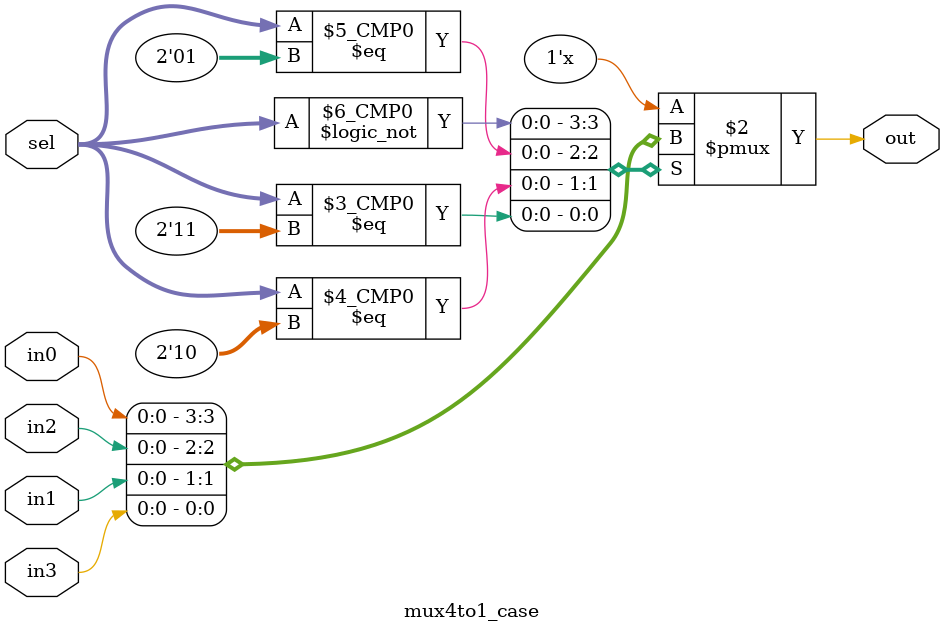
<source format=v>
module mux4to1_inst( 	out,
			in0,
			in1,
			in2,
			in3,
			sel);

output 			out  ;
input 			in0  ;
input 			in1  ;
input 			in2  ;
input 			in3  ;
input 		[1:0]	sel  ;

wire		[1:0]	wre  ;

mux2to1_case		u0(	.out	( wre[0]),
				.in0	( in0   ),
				.in1    ( in1   ),
				.sel	( sel[0]));

mux2to1_case		u1(	.out	( wre[1]),
				.in0	( in2   ),
				.in1    ( in3   ),
				.sel	( sel[0]));

mux2to1_case		u2(	.out	( out     ),
				.in0	( wre[0]  ),
				.in1    ( wre[1]  ),
				.sel	( sel[1]  ));
endmodule



module mux4to1_if( 	out, 
		   	in0, 
			in1,
			in2,
			in3, 
			sel);

output 			out  ;
input 			in0  ;
input 			in1  ;
input 			in2  ;
input 			in3  ;
input 		[1:0]	sel  ;

reg 			out  ;

always @(sel) begin
	if (sel == 2'b00) begin
		out = in0 ;
	end else if (sel == 2'b01)begin
		out = in2 ;
	end else if (sel == 2'b10)begin
		out = in1 ;
	end else if (sel == 2'b11)begin
		out = in3 ;
	end
end
endmodule

module mux4to1_case( 	out,
			in0, 
			in1,
			in2,
			in3,  
			sel);

output 			out ;
input 			in0  ;
input 			in1  ;
input 			in2  ;
input 			in3  ;
input 		[1:0]	sel ;

reg out ;

always @(sel) begin
case( {sel} )
	2'b00 : { out } = in0 ;
	2'b01 : { out } = in2 ;
	2'b10 : { out } = in1 ;
	2'b11 : { out } = in3 ;
	endcase
end
endmodule

</source>
